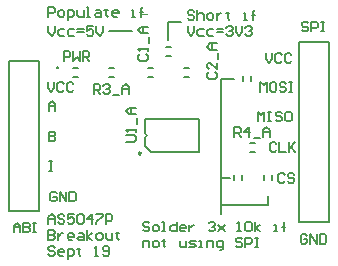
<source format=gto>
G04*
G04 #@! TF.GenerationSoftware,Altium Limited,Altium Designer,18.0.7 (293)*
G04*
G04 Layer_Color=65535*
%FSLAX25Y25*%
%MOIN*%
G70*
G01*
G75*
%ADD10C,0.00600*%
%ADD11C,0.01000*%
%ADD12C,0.00598*%
%ADD13C,0.00000*%
%ADD14C,0.00787*%
D10*
X50098Y58415D02*
G03*
X50098Y59695I0J640D01*
G01*
X52215Y53494D02*
X68012D01*
X50098Y55610D02*
X52215Y53494D01*
X50098Y55610D02*
Y58415D01*
Y59695D02*
Y64617D01*
X68012D01*
Y53494D02*
Y64617D01*
X90364Y86476D02*
Y84343D01*
X91430Y83277D01*
X92496Y84343D01*
Y86476D01*
X95695Y85943D02*
X95162Y86476D01*
X94096D01*
X93563Y85943D01*
Y83810D01*
X94096Y83277D01*
X95162D01*
X95695Y83810D01*
X98894Y85943D02*
X98361Y86476D01*
X97295D01*
X96762Y85943D01*
Y83810D01*
X97295Y83277D01*
X98361D01*
X98894Y83810D01*
X17923Y29547D02*
Y31679D01*
X18989Y32746D01*
X20055Y31679D01*
Y29547D01*
Y31146D01*
X17923D01*
X23254Y32212D02*
X22721Y32746D01*
X21655D01*
X21122Y32212D01*
Y31679D01*
X21655Y31146D01*
X22721D01*
X23254Y30613D01*
Y30080D01*
X22721Y29547D01*
X21655D01*
X21122Y30080D01*
X26453Y32746D02*
X24321D01*
Y31146D01*
X25387Y31679D01*
X25920D01*
X26453Y31146D01*
Y30080D01*
X25920Y29547D01*
X24854D01*
X24321Y30080D01*
X27520Y32212D02*
X28053Y32746D01*
X29119D01*
X29652Y32212D01*
Y30080D01*
X29119Y29547D01*
X28053D01*
X27520Y30080D01*
Y32212D01*
X32318Y29547D02*
Y32746D01*
X30719Y31146D01*
X32851D01*
X33918Y32746D02*
X36050D01*
Y32212D01*
X33918Y30080D01*
Y29547D01*
X37117D02*
Y32746D01*
X38716D01*
X39249Y32212D01*
Y31146D01*
X38716Y30613D01*
X37117D01*
X17923Y27467D02*
Y24268D01*
X19522D01*
X20055Y24801D01*
Y25334D01*
X19522Y25867D01*
X17923D01*
X19522D01*
X20055Y26401D01*
Y26934D01*
X19522Y27467D01*
X17923D01*
X21122Y26401D02*
Y24268D01*
Y25334D01*
X21655Y25867D01*
X22188Y26401D01*
X22721D01*
X25920Y24268D02*
X24854D01*
X24321Y24801D01*
Y25867D01*
X24854Y26401D01*
X25920D01*
X26453Y25867D01*
Y25334D01*
X24321D01*
X28053Y26401D02*
X29119D01*
X29652Y25867D01*
Y24268D01*
X28053D01*
X27520Y24801D01*
X28053Y25334D01*
X29652D01*
X30719Y24268D02*
Y27467D01*
Y25334D02*
X32318Y26401D01*
X30719Y25334D02*
X32318Y24268D01*
X34451D02*
X35517D01*
X36050Y24801D01*
Y25867D01*
X35517Y26401D01*
X34451D01*
X33918Y25867D01*
Y24801D01*
X34451Y24268D01*
X37117Y26401D02*
Y24801D01*
X37650Y24268D01*
X39249D01*
Y26401D01*
X40849Y26934D02*
Y26401D01*
X40316D01*
X41382D01*
X40849D01*
Y24801D01*
X41382Y24268D01*
X20055Y21655D02*
X19522Y22188D01*
X18456D01*
X17923Y21655D01*
Y21122D01*
X18456Y20589D01*
X19522D01*
X20055Y20055D01*
Y19522D01*
X19522Y18989D01*
X18456D01*
X17923Y19522D01*
X22721Y18989D02*
X21655D01*
X21122Y19522D01*
Y20589D01*
X21655Y21122D01*
X22721D01*
X23254Y20589D01*
Y20055D01*
X21122D01*
X24321Y17923D02*
Y21122D01*
X25920D01*
X26453Y20589D01*
Y19522D01*
X25920Y18989D01*
X24321D01*
X28053Y21655D02*
Y21122D01*
X27520D01*
X28586D01*
X28053D01*
Y19522D01*
X28586Y18989D01*
X33384D02*
X34451D01*
X33918D01*
Y22188D01*
X33384Y21655D01*
X36050Y19522D02*
X36584Y18989D01*
X37650D01*
X38183Y19522D01*
Y21655D01*
X37650Y22188D01*
X36584D01*
X36050Y21655D01*
Y21122D01*
X36584Y20589D01*
X38183D01*
X43801Y57000D02*
X46467D01*
X47000Y57533D01*
Y58600D01*
X46467Y59133D01*
X43801D01*
X47000Y60199D02*
Y61265D01*
Y60732D01*
X43801D01*
X44334Y60199D01*
X47533Y62865D02*
Y64997D01*
X47000Y66064D02*
X44867D01*
X43801Y67130D01*
X44867Y68196D01*
X47000D01*
X45401D01*
Y66064D01*
X79921Y58661D02*
Y61860D01*
X81521D01*
X82054Y61327D01*
Y60261D01*
X81521Y59728D01*
X79921D01*
X80988D02*
X82054Y58661D01*
X84720D02*
Y61860D01*
X83120Y60261D01*
X85253D01*
X86319Y58128D02*
X88452D01*
X89518Y58661D02*
Y60794D01*
X90584Y61860D01*
X91651Y60794D01*
Y58661D01*
Y60261D01*
X89518D01*
X33000Y73000D02*
Y76199D01*
X34600D01*
X35133Y75666D01*
Y74599D01*
X34600Y74066D01*
X33000D01*
X34066D02*
X35133Y73000D01*
X36199Y75666D02*
X36732Y76199D01*
X37799D01*
X38332Y75666D01*
Y75133D01*
X37799Y74599D01*
X37265D01*
X37799D01*
X38332Y74066D01*
Y73533D01*
X37799Y73000D01*
X36732D01*
X36199Y73533D01*
X39398Y72467D02*
X41531D01*
X42597Y73000D02*
Y75133D01*
X43663Y76199D01*
X44730Y75133D01*
Y73000D01*
Y74599D01*
X42597D01*
X71334Y80133D02*
X70801Y79599D01*
Y78533D01*
X71334Y78000D01*
X73467D01*
X74000Y78533D01*
Y79599D01*
X73467Y80133D01*
X74000Y83332D02*
Y81199D01*
X71867Y83332D01*
X71334D01*
X70801Y82798D01*
Y81732D01*
X71334Y81199D01*
X74533Y84398D02*
Y86531D01*
X74000Y87597D02*
X71867D01*
X70801Y88663D01*
X71867Y89729D01*
X74000D01*
X72400D01*
Y87597D01*
X48334Y86133D02*
X47801Y85599D01*
Y84533D01*
X48334Y84000D01*
X50467D01*
X51000Y84533D01*
Y85599D01*
X50467Y86133D01*
X51000Y87199D02*
Y88265D01*
Y87732D01*
X47801D01*
X48334Y87199D01*
X51533Y89865D02*
Y91997D01*
X51000Y93064D02*
X48867D01*
X47801Y94130D01*
X48867Y95196D01*
X51000D01*
X49400D01*
Y93064D01*
D11*
X48819Y53150D02*
G03*
X48819Y53150I-394J0D01*
G01*
X20938Y81575D02*
G03*
X20938Y81575I-139J0D01*
G01*
D12*
X38189Y93701D02*
X45669D01*
X57874Y90945D02*
Y96850D01*
X62205D01*
X90945Y35827D02*
Y38976D01*
X75590Y35827D02*
X90945D01*
X75590Y44882D02*
X78347D01*
X75590Y32677D02*
Y77953D01*
X79921D01*
X52904Y53494D02*
X52953D01*
X51550Y29684D02*
X51017Y30217D01*
X49951D01*
X49417Y29684D01*
Y29151D01*
X49951Y28618D01*
X51017D01*
X51550Y28085D01*
Y27552D01*
X51017Y27018D01*
X49951D01*
X49417Y27552D01*
X53149Y27018D02*
X54216D01*
X54749Y27552D01*
Y28618D01*
X54216Y29151D01*
X53149D01*
X52616Y28618D01*
Y27552D01*
X53149Y27018D01*
X55815D02*
X56882D01*
X56348D01*
Y30217D01*
X55815D01*
X60614D02*
Y27018D01*
X59014D01*
X58481Y27552D01*
Y28618D01*
X59014Y29151D01*
X60614D01*
X63279Y27018D02*
X62213D01*
X61680Y27552D01*
Y28618D01*
X62213Y29151D01*
X63279D01*
X63813Y28618D01*
Y28085D01*
X61680D01*
X64879Y29151D02*
Y27018D01*
Y28085D01*
X65412Y28618D01*
X65945Y29151D01*
X66479D01*
X71277Y29684D02*
X71810Y30217D01*
X72876D01*
X73410Y29684D01*
Y29151D01*
X72876Y28618D01*
X72343D01*
X72876D01*
X73410Y28085D01*
Y27552D01*
X72876Y27018D01*
X71810D01*
X71277Y27552D01*
X74476Y29151D02*
X76609Y27018D01*
X75542Y28085D01*
X76609Y29151D01*
X74476Y27018D01*
X80874D02*
X81940D01*
X81407D01*
Y30217D01*
X80874Y29684D01*
X83540D02*
X84073Y30217D01*
X85139D01*
X85672Y29684D01*
Y27552D01*
X85139Y27018D01*
X84073D01*
X83540Y27552D01*
Y29684D01*
X86739Y27018D02*
Y30217D01*
Y28085D02*
X88338Y29151D01*
X86739Y28085D02*
X88338Y27018D01*
X93137D02*
X94203D01*
X93670D01*
Y29151D01*
X93137D01*
X96336Y27018D02*
Y29684D01*
Y28618D01*
X95802D01*
X96869D01*
X96336D01*
Y29684D01*
X96869Y30217D01*
X49417Y21744D02*
Y23876D01*
X51017D01*
X51550Y23343D01*
Y21744D01*
X53149D02*
X54216D01*
X54749Y22277D01*
Y23343D01*
X54216Y23876D01*
X53149D01*
X52616Y23343D01*
Y22277D01*
X53149Y21744D01*
X56348Y24409D02*
Y23876D01*
X55815D01*
X56882D01*
X56348D01*
Y22277D01*
X56882Y21744D01*
X61680Y23876D02*
Y22277D01*
X62213Y21744D01*
X63813D01*
Y23876D01*
X64879Y21744D02*
X66479D01*
X67012Y22277D01*
X66479Y22810D01*
X65412D01*
X64879Y23343D01*
X65412Y23876D01*
X67012D01*
X68078Y21744D02*
X69144D01*
X68611D01*
Y23876D01*
X68078D01*
X70744Y21744D02*
Y23876D01*
X72343D01*
X72876Y23343D01*
Y21744D01*
X75009Y20677D02*
X75542D01*
X76075Y21210D01*
Y23876D01*
X74476D01*
X73943Y23343D01*
Y22277D01*
X74476Y21744D01*
X76075D01*
X82473Y24409D02*
X81940Y24942D01*
X80874D01*
X80341Y24409D01*
Y23876D01*
X80874Y23343D01*
X81940D01*
X82473Y22810D01*
Y22277D01*
X81940Y21744D01*
X80874D01*
X80341Y22277D01*
X83540Y21744D02*
Y24942D01*
X85139D01*
X85672Y24409D01*
Y23343D01*
X85139Y22810D01*
X83540D01*
X86739Y24942D02*
X87805D01*
X87272D01*
Y21744D01*
X86739D01*
X87805D01*
X66511Y100271D02*
X65977Y100805D01*
X64911D01*
X64378Y100271D01*
Y99738D01*
X64911Y99205D01*
X65977D01*
X66511Y98672D01*
Y98139D01*
X65977Y97606D01*
X64911D01*
X64378Y98139D01*
X67577Y100805D02*
Y97606D01*
Y99205D01*
X68110Y99738D01*
X69176D01*
X69710Y99205D01*
Y97606D01*
X71309D02*
X72375D01*
X72909Y98139D01*
Y99205D01*
X72375Y99738D01*
X71309D01*
X70776Y99205D01*
Y98139D01*
X71309Y97606D01*
X73975Y99738D02*
Y97606D01*
Y98672D01*
X74508Y99205D01*
X75041Y99738D01*
X75574D01*
X77707Y100271D02*
Y99738D01*
X77174D01*
X78240D01*
X77707D01*
Y98139D01*
X78240Y97606D01*
X83039D02*
X84105D01*
X83572D01*
Y99738D01*
X83039D01*
X86238Y97606D02*
Y100271D01*
Y99205D01*
X85704D01*
X86771D01*
X86238D01*
Y100271D01*
X86771Y100805D01*
X64378Y95530D02*
Y93397D01*
X65444Y92331D01*
X66511Y93397D01*
Y95530D01*
X69710Y94463D02*
X68110D01*
X67577Y93930D01*
Y92864D01*
X68110Y92331D01*
X69710D01*
X72909Y94463D02*
X71309D01*
X70776Y93930D01*
Y92864D01*
X71309Y92331D01*
X72909D01*
X73975Y93397D02*
X76108D01*
X73975Y94463D02*
X76108D01*
X77174Y94997D02*
X77707Y95530D01*
X78773D01*
X79307Y94997D01*
Y94463D01*
X78773Y93930D01*
X78240D01*
X78773D01*
X79307Y93397D01*
Y92864D01*
X78773Y92331D01*
X77707D01*
X77174Y92864D01*
X80373Y95530D02*
Y93397D01*
X81439Y92331D01*
X82505Y93397D01*
Y95530D01*
X83572Y94997D02*
X84105Y95530D01*
X85171D01*
X85704Y94997D01*
Y94463D01*
X85171Y93930D01*
X84638D01*
X85171D01*
X85704Y93397D01*
Y92864D01*
X85171Y92331D01*
X84105D01*
X83572Y92864D01*
X17921Y98672D02*
Y101871D01*
X19521D01*
X20054Y101338D01*
Y100271D01*
X19521Y99738D01*
X17921D01*
X21653Y98672D02*
X22720D01*
X23253Y99205D01*
Y100271D01*
X22720Y100805D01*
X21653D01*
X21120Y100271D01*
Y99205D01*
X21653Y98672D01*
X24319Y97606D02*
Y100805D01*
X25919D01*
X26452Y100271D01*
Y99205D01*
X25919Y98672D01*
X24319D01*
X27518Y100805D02*
Y99205D01*
X28051Y98672D01*
X29651D01*
Y100805D01*
X30717Y98672D02*
X31783D01*
X31250D01*
Y101871D01*
X30717D01*
X33916Y100805D02*
X34982D01*
X35516Y100271D01*
Y98672D01*
X33916D01*
X33383Y99205D01*
X33916Y99738D01*
X35516D01*
X37115Y101338D02*
Y100805D01*
X36582D01*
X37648D01*
X37115D01*
Y99205D01*
X37648Y98672D01*
X40847D02*
X39781D01*
X39248Y99205D01*
Y100271D01*
X39781Y100805D01*
X40847D01*
X41380Y100271D01*
Y99738D01*
X39248D01*
X45646Y98672D02*
X46712D01*
X46179D01*
Y100805D01*
X45646D01*
X48845Y98672D02*
Y101338D01*
Y100271D01*
X48311D01*
X49378D01*
X48845D01*
Y101338D01*
X49378Y101871D01*
X17921Y95530D02*
Y93397D01*
X18988Y92331D01*
X20054Y93397D01*
Y95530D01*
X23253Y94463D02*
X21653D01*
X21120Y93930D01*
Y92864D01*
X21653Y92331D01*
X23253D01*
X26452Y94463D02*
X24852D01*
X24319Y93930D01*
Y92864D01*
X24852Y92331D01*
X26452D01*
X27518Y93397D02*
X29651D01*
X27518Y94463D02*
X29651D01*
X32850Y95530D02*
X30717D01*
Y93930D01*
X31783Y94463D01*
X32317D01*
X32850Y93930D01*
Y92864D01*
X32317Y92331D01*
X31250D01*
X30717Y92864D01*
X33916Y95530D02*
Y93397D01*
X34982Y92331D01*
X36049Y93397D01*
Y95530D01*
X104495Y96367D02*
X103962Y96900D01*
X102895D01*
X102362Y96367D01*
Y95833D01*
X102895Y95300D01*
X103962D01*
X104495Y94767D01*
Y94234D01*
X103962Y93701D01*
X102895D01*
X102362Y94234D01*
X105561Y93701D02*
Y96900D01*
X107161D01*
X107694Y96367D01*
Y95300D01*
X107161Y94767D01*
X105561D01*
X108760Y96900D02*
X109827D01*
X109293D01*
Y93701D01*
X108760D01*
X109827D01*
X104102Y25501D02*
X103568Y26034D01*
X102502D01*
X101969Y25501D01*
Y23368D01*
X102502Y22835D01*
X103568D01*
X104102Y23368D01*
Y24434D01*
X103035D01*
X105168Y22835D02*
Y26034D01*
X107301Y22835D01*
Y26034D01*
X108368D02*
Y22835D01*
X109968D01*
X110501Y23368D01*
Y25501D01*
X109968Y26034D01*
X108368D01*
X96621Y45974D02*
X96088Y46507D01*
X95021D01*
X94488Y45974D01*
Y43840D01*
X95021Y43307D01*
X96088D01*
X96621Y43840D01*
X99821Y45974D02*
X99288Y46507D01*
X98221D01*
X97688Y45974D01*
Y45440D01*
X98221Y44907D01*
X99288D01*
X99821Y44374D01*
Y43840D01*
X99288Y43307D01*
X98221D01*
X97688Y43840D01*
X93865Y56210D02*
X93332Y56743D01*
X92266D01*
X91732Y56210D01*
Y54077D01*
X92266Y53543D01*
X93332D01*
X93865Y54077D01*
X94932Y56743D02*
Y53543D01*
X97065D01*
X98132Y56743D02*
Y53543D01*
Y54610D01*
X100265Y56743D01*
X98665Y55143D01*
X100265Y53543D01*
X87795Y63779D02*
Y66979D01*
X88862Y65913D01*
X89928Y66979D01*
Y63779D01*
X90995Y66979D02*
X92062D01*
X91528D01*
Y63779D01*
X90995D01*
X92062D01*
X95795Y66446D02*
X95261Y66979D01*
X94195D01*
X93661Y66446D01*
Y65913D01*
X94195Y65379D01*
X95261D01*
X95795Y64846D01*
Y64313D01*
X95261Y63779D01*
X94195D01*
X93661Y64313D01*
X98461Y66979D02*
X97395D01*
X96861Y66446D01*
Y64313D01*
X97395Y63779D01*
X98461D01*
X98994Y64313D01*
Y66446D01*
X98461Y66979D01*
X88583Y73622D02*
Y76822D01*
X89649Y75755D01*
X90716Y76822D01*
Y73622D01*
X93382Y76822D02*
X92316D01*
X91782Y76288D01*
Y74155D01*
X92316Y73622D01*
X93382D01*
X93916Y74155D01*
Y76288D01*
X93382Y76822D01*
X97115Y76288D02*
X96582Y76822D01*
X95516D01*
X94982Y76288D01*
Y75755D01*
X95516Y75222D01*
X96582D01*
X97115Y74689D01*
Y74155D01*
X96582Y73622D01*
X95516D01*
X94982Y74155D01*
X98182Y76822D02*
X99249D01*
X98715D01*
Y73622D01*
X98182D01*
X99249D01*
X17717Y76822D02*
Y74689D01*
X18783Y73622D01*
X19850Y74689D01*
Y76822D01*
X23050Y76288D02*
X22516Y76822D01*
X21450D01*
X20916Y76288D01*
Y74155D01*
X21450Y73622D01*
X22516D01*
X23050Y74155D01*
X26249Y76288D02*
X25716Y76822D01*
X24649D01*
X24116Y76288D01*
Y74155D01*
X24649Y73622D01*
X25716D01*
X26249Y74155D01*
X18110Y67323D02*
Y69456D01*
X19177Y70523D01*
X20243Y69456D01*
Y67323D01*
Y68923D01*
X18110D01*
Y60286D02*
Y57087D01*
X19710D01*
X20243Y57620D01*
Y58153D01*
X19710Y58687D01*
X18110D01*
X19710D01*
X20243Y59220D01*
Y59753D01*
X19710Y60286D01*
X18110D01*
Y50444D02*
X19177D01*
X18643D01*
Y47244D01*
X18110D01*
X19177D01*
X20637Y39674D02*
X20104Y40208D01*
X19037D01*
X18504Y39674D01*
Y37541D01*
X19037Y37008D01*
X20104D01*
X20637Y37541D01*
Y38608D01*
X19570D01*
X21704Y37008D02*
Y40208D01*
X23837Y37008D01*
Y40208D01*
X24904D02*
Y37008D01*
X26503D01*
X27037Y37541D01*
Y39674D01*
X26503Y40208D01*
X24904D01*
X6299Y26772D02*
Y28905D01*
X7366Y29971D01*
X8432Y28905D01*
Y26772D01*
Y28372D01*
X6299D01*
X9499Y29971D02*
Y26772D01*
X11099D01*
X11632Y27305D01*
Y27838D01*
X11099Y28372D01*
X9499D01*
X11099D01*
X11632Y28905D01*
Y29438D01*
X11099Y29971D01*
X9499D01*
X12699D02*
X13765D01*
X13232D01*
Y26772D01*
X12699D01*
X13765D01*
X23000Y84000D02*
Y87200D01*
X24600D01*
X25133Y86667D01*
Y85600D01*
X24600Y85067D01*
X23000D01*
X26200Y87200D02*
Y84000D01*
X27266Y85067D01*
X28333Y84000D01*
Y87200D01*
X29399Y84000D02*
Y87200D01*
X30999D01*
X31533Y86667D01*
Y85600D01*
X30999Y85067D01*
X29399D01*
X30466D02*
X31533Y84000D01*
D13*
X48819Y99606D02*
X50787D01*
D14*
X85165Y56378D02*
X86740D01*
X85165Y53622D02*
X86740D01*
X85378Y77213D02*
Y78787D01*
X82622Y77213D02*
Y78787D01*
X63118Y81378D02*
X64693D01*
X63118Y78622D02*
X64693D01*
X51260Y78622D02*
X52835D01*
X51260Y81378D02*
X52835D01*
X38213D02*
X39787D01*
X38213Y78622D02*
X39787D01*
X89622Y44213D02*
Y45787D01*
X92378Y44213D02*
Y45787D01*
X82378Y44213D02*
Y45787D01*
X79622Y44213D02*
Y45787D01*
X101299Y30118D02*
Y90118D01*
X111299Y30118D02*
Y90118D01*
X101299D02*
X111299D01*
X101299Y30118D02*
X111299D01*
X4843Y83898D02*
X14842D01*
Y33898D02*
Y83898D01*
X4843Y33898D02*
Y83898D01*
Y33898D02*
X14842D01*
X26213Y81378D02*
X27787D01*
X26213Y78622D02*
X27787D01*
X57213Y88378D02*
X58787D01*
X57213Y85622D02*
X58787D01*
M02*

</source>
